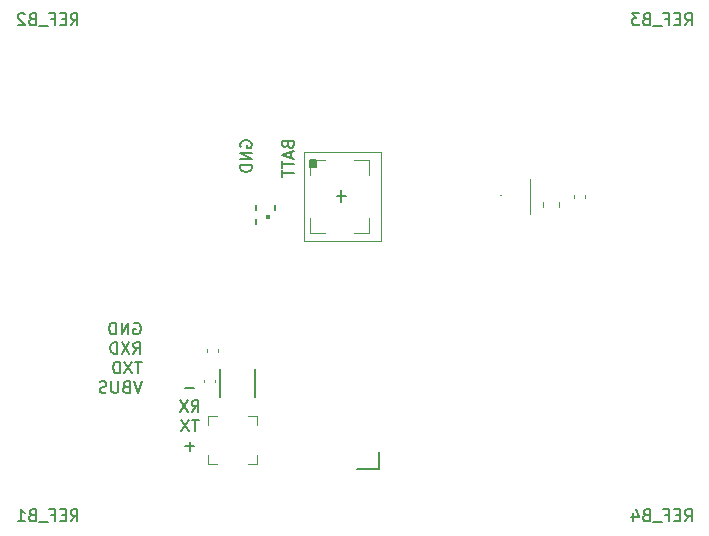
<source format=gbr>
G04 #@! TF.GenerationSoftware,KiCad,Pcbnew,(5.1.5)-3*
G04 #@! TF.CreationDate,2020-10-01T12:08:49+09:00*
G04 #@! TF.ProjectId,WF_Board,57465f42-6f61-4726-942e-6b696361645f,rev?*
G04 #@! TF.SameCoordinates,Original*
G04 #@! TF.FileFunction,Legend,Bot*
G04 #@! TF.FilePolarity,Positive*
%FSLAX46Y46*%
G04 Gerber Fmt 4.6, Leading zero omitted, Abs format (unit mm)*
G04 Created by KiCad (PCBNEW (5.1.5)-3) date 2020-10-01 12:08:49*
%MOMM*%
%LPD*%
G04 APERTURE LIST*
%ADD10C,0.150000*%
%ADD11C,0.120000*%
%ADD12C,0.152400*%
%ADD13C,0.100000*%
G04 APERTURE END LIST*
D10*
X124380952Y-107171428D02*
X123619047Y-107171428D01*
X124166666Y-109202380D02*
X124500000Y-108726190D01*
X124738095Y-109202380D02*
X124738095Y-108202380D01*
X124357142Y-108202380D01*
X124261904Y-108250000D01*
X124214285Y-108297619D01*
X124166666Y-108392857D01*
X124166666Y-108535714D01*
X124214285Y-108630952D01*
X124261904Y-108678571D01*
X124357142Y-108726190D01*
X124738095Y-108726190D01*
X123833333Y-108202380D02*
X123166666Y-109202380D01*
X123166666Y-108202380D02*
X123833333Y-109202380D01*
X124761904Y-109852380D02*
X124190476Y-109852380D01*
X124476190Y-110852380D02*
X124476190Y-109852380D01*
X123952380Y-109852380D02*
X123285714Y-110852380D01*
X123285714Y-109852380D02*
X123952380Y-110852380D01*
X124380952Y-112121428D02*
X123619047Y-112121428D01*
X124000000Y-112502380D02*
X124000000Y-111740476D01*
X128310000Y-86778095D02*
X128262380Y-86682857D01*
X128262380Y-86540000D01*
X128310000Y-86397142D01*
X128405238Y-86301904D01*
X128500476Y-86254285D01*
X128690952Y-86206666D01*
X128833809Y-86206666D01*
X129024285Y-86254285D01*
X129119523Y-86301904D01*
X129214761Y-86397142D01*
X129262380Y-86540000D01*
X129262380Y-86635238D01*
X129214761Y-86778095D01*
X129167142Y-86825714D01*
X128833809Y-86825714D01*
X128833809Y-86635238D01*
X129262380Y-87254285D02*
X128262380Y-87254285D01*
X129262380Y-87825714D01*
X128262380Y-87825714D01*
X129262380Y-88301904D02*
X128262380Y-88301904D01*
X128262380Y-88540000D01*
X128310000Y-88682857D01*
X128405238Y-88778095D01*
X128500476Y-88825714D01*
X128690952Y-88873333D01*
X128833809Y-88873333D01*
X129024285Y-88825714D01*
X129119523Y-88778095D01*
X129214761Y-88682857D01*
X129262380Y-88540000D01*
X129262380Y-88301904D01*
X119290595Y-101685000D02*
X119385833Y-101637380D01*
X119528690Y-101637380D01*
X119671547Y-101685000D01*
X119766785Y-101780238D01*
X119814404Y-101875476D01*
X119862023Y-102065952D01*
X119862023Y-102208809D01*
X119814404Y-102399285D01*
X119766785Y-102494523D01*
X119671547Y-102589761D01*
X119528690Y-102637380D01*
X119433452Y-102637380D01*
X119290595Y-102589761D01*
X119242976Y-102542142D01*
X119242976Y-102208809D01*
X119433452Y-102208809D01*
X118814404Y-102637380D02*
X118814404Y-101637380D01*
X118242976Y-102637380D01*
X118242976Y-101637380D01*
X117766785Y-102637380D02*
X117766785Y-101637380D01*
X117528690Y-101637380D01*
X117385833Y-101685000D01*
X117290595Y-101780238D01*
X117242976Y-101875476D01*
X117195357Y-102065952D01*
X117195357Y-102208809D01*
X117242976Y-102399285D01*
X117290595Y-102494523D01*
X117385833Y-102589761D01*
X117528690Y-102637380D01*
X117766785Y-102637380D01*
X119242976Y-104287380D02*
X119576309Y-103811190D01*
X119814404Y-104287380D02*
X119814404Y-103287380D01*
X119433452Y-103287380D01*
X119338214Y-103335000D01*
X119290595Y-103382619D01*
X119242976Y-103477857D01*
X119242976Y-103620714D01*
X119290595Y-103715952D01*
X119338214Y-103763571D01*
X119433452Y-103811190D01*
X119814404Y-103811190D01*
X118909642Y-103287380D02*
X118242976Y-104287380D01*
X118242976Y-103287380D02*
X118909642Y-104287380D01*
X117862023Y-104287380D02*
X117862023Y-103287380D01*
X117623928Y-103287380D01*
X117481071Y-103335000D01*
X117385833Y-103430238D01*
X117338214Y-103525476D01*
X117290595Y-103715952D01*
X117290595Y-103858809D01*
X117338214Y-104049285D01*
X117385833Y-104144523D01*
X117481071Y-104239761D01*
X117623928Y-104287380D01*
X117862023Y-104287380D01*
X119957261Y-104937380D02*
X119385833Y-104937380D01*
X119671547Y-105937380D02*
X119671547Y-104937380D01*
X119147738Y-104937380D02*
X118481071Y-105937380D01*
X118481071Y-104937380D02*
X119147738Y-105937380D01*
X118100119Y-105937380D02*
X118100119Y-104937380D01*
X117862023Y-104937380D01*
X117719166Y-104985000D01*
X117623928Y-105080238D01*
X117576309Y-105175476D01*
X117528690Y-105365952D01*
X117528690Y-105508809D01*
X117576309Y-105699285D01*
X117623928Y-105794523D01*
X117719166Y-105889761D01*
X117862023Y-105937380D01*
X118100119Y-105937380D01*
X119957261Y-106587380D02*
X119623928Y-107587380D01*
X119290595Y-106587380D01*
X118623928Y-107063571D02*
X118481071Y-107111190D01*
X118433452Y-107158809D01*
X118385833Y-107254047D01*
X118385833Y-107396904D01*
X118433452Y-107492142D01*
X118481071Y-107539761D01*
X118576309Y-107587380D01*
X118957261Y-107587380D01*
X118957261Y-106587380D01*
X118623928Y-106587380D01*
X118528690Y-106635000D01*
X118481071Y-106682619D01*
X118433452Y-106777857D01*
X118433452Y-106873095D01*
X118481071Y-106968333D01*
X118528690Y-107015952D01*
X118623928Y-107063571D01*
X118957261Y-107063571D01*
X117957261Y-106587380D02*
X117957261Y-107396904D01*
X117909642Y-107492142D01*
X117862023Y-107539761D01*
X117766785Y-107587380D01*
X117576309Y-107587380D01*
X117481071Y-107539761D01*
X117433452Y-107492142D01*
X117385833Y-107396904D01*
X117385833Y-106587380D01*
X116957261Y-107539761D02*
X116814404Y-107587380D01*
X116576309Y-107587380D01*
X116481071Y-107539761D01*
X116433452Y-107492142D01*
X116385833Y-107396904D01*
X116385833Y-107301666D01*
X116433452Y-107206428D01*
X116481071Y-107158809D01*
X116576309Y-107111190D01*
X116766785Y-107063571D01*
X116862023Y-107015952D01*
X116909642Y-106968333D01*
X116957261Y-106873095D01*
X116957261Y-106777857D01*
X116909642Y-106682619D01*
X116862023Y-106635000D01*
X116766785Y-106587380D01*
X116528690Y-106587380D01*
X116385833Y-106635000D01*
D11*
X133683120Y-94696780D02*
X133683120Y-87196780D01*
X140183120Y-87196780D02*
X140183120Y-94696780D01*
X133683120Y-87196780D02*
X140183120Y-87196780D01*
X140183120Y-94696780D02*
X133683120Y-94696780D01*
X152815940Y-89460340D02*
X152815940Y-92460340D01*
D12*
X129563520Y-105538400D02*
X129563520Y-107951400D01*
X126566320Y-107951400D02*
X126566320Y-105538400D01*
D13*
X157511400Y-90844880D02*
X157511400Y-91094880D01*
X156551400Y-90844880D02*
X156551400Y-91094880D01*
X126171900Y-106457340D02*
X126171900Y-106707340D01*
X125211900Y-106457340D02*
X125211900Y-106707340D01*
X125437960Y-104157180D02*
X125437960Y-103907180D01*
X126397960Y-104157180D02*
X126397960Y-103907180D01*
X155315340Y-91453540D02*
X155315340Y-91863540D01*
X153915340Y-91453540D02*
X153915340Y-91863540D01*
X129679020Y-113606900D02*
X128919020Y-113606900D01*
X129679020Y-112846900D02*
X129679020Y-113606900D01*
X129679020Y-109506900D02*
X128919020Y-109506900D01*
X129679020Y-110266900D02*
X129679020Y-109506900D01*
X125579020Y-109506900D02*
X126339020Y-109506900D01*
X125579020Y-110266900D02*
X125579020Y-109506900D01*
X125579020Y-113606900D02*
X126339020Y-113606900D01*
X125579020Y-112846900D02*
X125579020Y-113606900D01*
G36*
X130434200Y-92501020D02*
G01*
X130734200Y-92501020D01*
X130734200Y-92801020D01*
X130434200Y-92801020D01*
X130434200Y-92501020D01*
G37*
X130434200Y-92501020D02*
X130734200Y-92501020D01*
X130734200Y-92801020D01*
X130434200Y-92801020D01*
X130434200Y-92501020D01*
D10*
X131234200Y-91701020D02*
X131234200Y-92101020D01*
X129634200Y-92101020D02*
X129634200Y-91701020D01*
X129634200Y-93301020D02*
X129634200Y-92901020D01*
X140033600Y-114071140D02*
X138204800Y-114071140D01*
X140033600Y-112572540D02*
X140033600Y-114071140D01*
D11*
X135448120Y-87876780D02*
X134213120Y-87876780D01*
X134213120Y-87876780D02*
X134213120Y-89111780D01*
X137918120Y-87876780D02*
X139153120Y-87876780D01*
X139153120Y-87876780D02*
X139153120Y-89111780D01*
X137918120Y-94016780D02*
X139153120Y-94016780D01*
X139153120Y-94016780D02*
X139153120Y-92781780D01*
X135448120Y-94016780D02*
X134213120Y-94016780D01*
X134213120Y-94016780D02*
X134213120Y-92781780D01*
D10*
X136858120Y-90446780D02*
X136858120Y-91446780D01*
X137283120Y-90946780D02*
X136483120Y-90946780D01*
G36*
X134233120Y-87896780D02*
G01*
X134233120Y-88446780D01*
X134683120Y-88446780D01*
X134683120Y-87896780D01*
X134233120Y-87896780D01*
G37*
X134233120Y-87896780D02*
X134233120Y-88446780D01*
X134683120Y-88446780D01*
X134683120Y-87896780D01*
X134233120Y-87896780D01*
X150360940Y-90860340D02*
G75*
G03X150360940Y-90860340I-20000J0D01*
G01*
X165928571Y-76452380D02*
X166261904Y-75976190D01*
X166500000Y-76452380D02*
X166500000Y-75452380D01*
X166119047Y-75452380D01*
X166023809Y-75500000D01*
X165976190Y-75547619D01*
X165928571Y-75642857D01*
X165928571Y-75785714D01*
X165976190Y-75880952D01*
X166023809Y-75928571D01*
X166119047Y-75976190D01*
X166500000Y-75976190D01*
X165500000Y-75928571D02*
X165166666Y-75928571D01*
X165023809Y-76452380D02*
X165500000Y-76452380D01*
X165500000Y-75452380D01*
X165023809Y-75452380D01*
X164261904Y-75928571D02*
X164595238Y-75928571D01*
X164595238Y-76452380D02*
X164595238Y-75452380D01*
X164119047Y-75452380D01*
X163976190Y-76547619D02*
X163214285Y-76547619D01*
X162642857Y-75928571D02*
X162500000Y-75976190D01*
X162452380Y-76023809D01*
X162404761Y-76119047D01*
X162404761Y-76261904D01*
X162452380Y-76357142D01*
X162500000Y-76404761D01*
X162595238Y-76452380D01*
X162976190Y-76452380D01*
X162976190Y-75452380D01*
X162642857Y-75452380D01*
X162547619Y-75500000D01*
X162500000Y-75547619D01*
X162452380Y-75642857D01*
X162452380Y-75738095D01*
X162500000Y-75833333D01*
X162547619Y-75880952D01*
X162642857Y-75928571D01*
X162976190Y-75928571D01*
X162071428Y-75452380D02*
X161452380Y-75452380D01*
X161785714Y-75833333D01*
X161642857Y-75833333D01*
X161547619Y-75880952D01*
X161500000Y-75928571D01*
X161452380Y-76023809D01*
X161452380Y-76261904D01*
X161500000Y-76357142D01*
X161547619Y-76404761D01*
X161642857Y-76452380D01*
X161928571Y-76452380D01*
X162023809Y-76404761D01*
X162071428Y-76357142D01*
X165928571Y-118452380D02*
X166261904Y-117976190D01*
X166500000Y-118452380D02*
X166500000Y-117452380D01*
X166119047Y-117452380D01*
X166023809Y-117500000D01*
X165976190Y-117547619D01*
X165928571Y-117642857D01*
X165928571Y-117785714D01*
X165976190Y-117880952D01*
X166023809Y-117928571D01*
X166119047Y-117976190D01*
X166500000Y-117976190D01*
X165500000Y-117928571D02*
X165166666Y-117928571D01*
X165023809Y-118452380D02*
X165500000Y-118452380D01*
X165500000Y-117452380D01*
X165023809Y-117452380D01*
X164261904Y-117928571D02*
X164595238Y-117928571D01*
X164595238Y-118452380D02*
X164595238Y-117452380D01*
X164119047Y-117452380D01*
X163976190Y-118547619D02*
X163214285Y-118547619D01*
X162642857Y-117928571D02*
X162500000Y-117976190D01*
X162452380Y-118023809D01*
X162404761Y-118119047D01*
X162404761Y-118261904D01*
X162452380Y-118357142D01*
X162500000Y-118404761D01*
X162595238Y-118452380D01*
X162976190Y-118452380D01*
X162976190Y-117452380D01*
X162642857Y-117452380D01*
X162547619Y-117500000D01*
X162500000Y-117547619D01*
X162452380Y-117642857D01*
X162452380Y-117738095D01*
X162500000Y-117833333D01*
X162547619Y-117880952D01*
X162642857Y-117928571D01*
X162976190Y-117928571D01*
X161547619Y-117785714D02*
X161547619Y-118452380D01*
X161785714Y-117404761D02*
X162023809Y-118119047D01*
X161404761Y-118119047D01*
X113928571Y-118452380D02*
X114261904Y-117976190D01*
X114500000Y-118452380D02*
X114500000Y-117452380D01*
X114119047Y-117452380D01*
X114023809Y-117500000D01*
X113976190Y-117547619D01*
X113928571Y-117642857D01*
X113928571Y-117785714D01*
X113976190Y-117880952D01*
X114023809Y-117928571D01*
X114119047Y-117976190D01*
X114500000Y-117976190D01*
X113500000Y-117928571D02*
X113166666Y-117928571D01*
X113023809Y-118452380D02*
X113500000Y-118452380D01*
X113500000Y-117452380D01*
X113023809Y-117452380D01*
X112261904Y-117928571D02*
X112595238Y-117928571D01*
X112595238Y-118452380D02*
X112595238Y-117452380D01*
X112119047Y-117452380D01*
X111976190Y-118547619D02*
X111214285Y-118547619D01*
X110642857Y-117928571D02*
X110500000Y-117976190D01*
X110452380Y-118023809D01*
X110404761Y-118119047D01*
X110404761Y-118261904D01*
X110452380Y-118357142D01*
X110500000Y-118404761D01*
X110595238Y-118452380D01*
X110976190Y-118452380D01*
X110976190Y-117452380D01*
X110642857Y-117452380D01*
X110547619Y-117500000D01*
X110500000Y-117547619D01*
X110452380Y-117642857D01*
X110452380Y-117738095D01*
X110500000Y-117833333D01*
X110547619Y-117880952D01*
X110642857Y-117928571D01*
X110976190Y-117928571D01*
X109452380Y-118452380D02*
X110023809Y-118452380D01*
X109738095Y-118452380D02*
X109738095Y-117452380D01*
X109833333Y-117595238D01*
X109928571Y-117690476D01*
X110023809Y-117738095D01*
X113928571Y-118452380D02*
X114261904Y-117976190D01*
X114500000Y-118452380D02*
X114500000Y-117452380D01*
X114119047Y-117452380D01*
X114023809Y-117500000D01*
X113976190Y-117547619D01*
X113928571Y-117642857D01*
X113928571Y-117785714D01*
X113976190Y-117880952D01*
X114023809Y-117928571D01*
X114119047Y-117976190D01*
X114500000Y-117976190D01*
X113500000Y-117928571D02*
X113166666Y-117928571D01*
X113023809Y-118452380D02*
X113500000Y-118452380D01*
X113500000Y-117452380D01*
X113023809Y-117452380D01*
X112261904Y-117928571D02*
X112595238Y-117928571D01*
X112595238Y-118452380D02*
X112595238Y-117452380D01*
X112119047Y-117452380D01*
X111976190Y-118547619D02*
X111214285Y-118547619D01*
X110642857Y-117928571D02*
X110500000Y-117976190D01*
X110452380Y-118023809D01*
X110404761Y-118119047D01*
X110404761Y-118261904D01*
X110452380Y-118357142D01*
X110500000Y-118404761D01*
X110595238Y-118452380D01*
X110976190Y-118452380D01*
X110976190Y-117452380D01*
X110642857Y-117452380D01*
X110547619Y-117500000D01*
X110500000Y-117547619D01*
X110452380Y-117642857D01*
X110452380Y-117738095D01*
X110500000Y-117833333D01*
X110547619Y-117880952D01*
X110642857Y-117928571D01*
X110976190Y-117928571D01*
X109452380Y-118452380D02*
X110023809Y-118452380D01*
X109738095Y-118452380D02*
X109738095Y-117452380D01*
X109833333Y-117595238D01*
X109928571Y-117690476D01*
X110023809Y-117738095D01*
X113928571Y-118452380D02*
X114261904Y-117976190D01*
X114500000Y-118452380D02*
X114500000Y-117452380D01*
X114119047Y-117452380D01*
X114023809Y-117500000D01*
X113976190Y-117547619D01*
X113928571Y-117642857D01*
X113928571Y-117785714D01*
X113976190Y-117880952D01*
X114023809Y-117928571D01*
X114119047Y-117976190D01*
X114500000Y-117976190D01*
X113500000Y-117928571D02*
X113166666Y-117928571D01*
X113023809Y-118452380D02*
X113500000Y-118452380D01*
X113500000Y-117452380D01*
X113023809Y-117452380D01*
X112261904Y-117928571D02*
X112595238Y-117928571D01*
X112595238Y-118452380D02*
X112595238Y-117452380D01*
X112119047Y-117452380D01*
X111976190Y-118547619D02*
X111214285Y-118547619D01*
X110642857Y-117928571D02*
X110500000Y-117976190D01*
X110452380Y-118023809D01*
X110404761Y-118119047D01*
X110404761Y-118261904D01*
X110452380Y-118357142D01*
X110500000Y-118404761D01*
X110595238Y-118452380D01*
X110976190Y-118452380D01*
X110976190Y-117452380D01*
X110642857Y-117452380D01*
X110547619Y-117500000D01*
X110500000Y-117547619D01*
X110452380Y-117642857D01*
X110452380Y-117738095D01*
X110500000Y-117833333D01*
X110547619Y-117880952D01*
X110642857Y-117928571D01*
X110976190Y-117928571D01*
X109452380Y-118452380D02*
X110023809Y-118452380D01*
X109738095Y-118452380D02*
X109738095Y-117452380D01*
X109833333Y-117595238D01*
X109928571Y-117690476D01*
X110023809Y-117738095D01*
X113928571Y-76452380D02*
X114261904Y-75976190D01*
X114500000Y-76452380D02*
X114500000Y-75452380D01*
X114119047Y-75452380D01*
X114023809Y-75500000D01*
X113976190Y-75547619D01*
X113928571Y-75642857D01*
X113928571Y-75785714D01*
X113976190Y-75880952D01*
X114023809Y-75928571D01*
X114119047Y-75976190D01*
X114500000Y-75976190D01*
X113500000Y-75928571D02*
X113166666Y-75928571D01*
X113023809Y-76452380D02*
X113500000Y-76452380D01*
X113500000Y-75452380D01*
X113023809Y-75452380D01*
X112261904Y-75928571D02*
X112595238Y-75928571D01*
X112595238Y-76452380D02*
X112595238Y-75452380D01*
X112119047Y-75452380D01*
X111976190Y-76547619D02*
X111214285Y-76547619D01*
X110642857Y-75928571D02*
X110500000Y-75976190D01*
X110452380Y-76023809D01*
X110404761Y-76119047D01*
X110404761Y-76261904D01*
X110452380Y-76357142D01*
X110500000Y-76404761D01*
X110595238Y-76452380D01*
X110976190Y-76452380D01*
X110976190Y-75452380D01*
X110642857Y-75452380D01*
X110547619Y-75500000D01*
X110500000Y-75547619D01*
X110452380Y-75642857D01*
X110452380Y-75738095D01*
X110500000Y-75833333D01*
X110547619Y-75880952D01*
X110642857Y-75928571D01*
X110976190Y-75928571D01*
X110023809Y-75547619D02*
X109976190Y-75500000D01*
X109880952Y-75452380D01*
X109642857Y-75452380D01*
X109547619Y-75500000D01*
X109500000Y-75547619D01*
X109452380Y-75642857D01*
X109452380Y-75738095D01*
X109500000Y-75880952D01*
X110071428Y-76452380D01*
X109452380Y-76452380D01*
X132308571Y-86580952D02*
X132356190Y-86723809D01*
X132403809Y-86771428D01*
X132499047Y-86819047D01*
X132641904Y-86819047D01*
X132737142Y-86771428D01*
X132784761Y-86723809D01*
X132832380Y-86628571D01*
X132832380Y-86247619D01*
X131832380Y-86247619D01*
X131832380Y-86580952D01*
X131880000Y-86676190D01*
X131927619Y-86723809D01*
X132022857Y-86771428D01*
X132118095Y-86771428D01*
X132213333Y-86723809D01*
X132260952Y-86676190D01*
X132308571Y-86580952D01*
X132308571Y-86247619D01*
X132546666Y-87200000D02*
X132546666Y-87676190D01*
X132832380Y-87104761D02*
X131832380Y-87438095D01*
X132832380Y-87771428D01*
X131832380Y-87961904D02*
X131832380Y-88533333D01*
X132832380Y-88247619D02*
X131832380Y-88247619D01*
X131832380Y-88723809D02*
X131832380Y-89295238D01*
X132832380Y-89009523D02*
X131832380Y-89009523D01*
M02*

</source>
